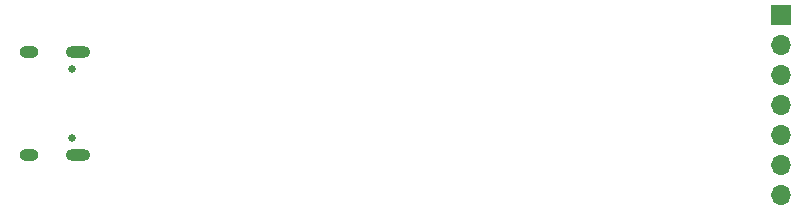
<source format=gbr>
%TF.GenerationSoftware,KiCad,Pcbnew,(6.0.10-dirty)*%
%TF.CreationDate,2022-12-24T01:30:53+01:00*%
%TF.ProjectId,esp32-cy7c65213-programmer,65737033-322d-4637-9937-633635323133,rev?*%
%TF.SameCoordinates,Original*%
%TF.FileFunction,Soldermask,Bot*%
%TF.FilePolarity,Negative*%
%FSLAX46Y46*%
G04 Gerber Fmt 4.6, Leading zero omitted, Abs format (unit mm)*
G04 Created by KiCad (PCBNEW (6.0.10-dirty)) date 2022-12-24 01:30:53*
%MOMM*%
%LPD*%
G01*
G04 APERTURE LIST*
%ADD10R,1.700000X1.700000*%
%ADD11O,1.700000X1.700000*%
%ADD12C,0.650000*%
%ADD13O,2.100000X1.000000*%
%ADD14O,1.600000X1.000000*%
G04 APERTURE END LIST*
D10*
%TO.C,J2*%
X156661000Y-101087000D03*
D11*
X156661000Y-103627000D03*
X156661000Y-106167000D03*
X156661000Y-108707000D03*
X156661000Y-111247000D03*
X156661000Y-113787000D03*
X156661000Y-116327000D03*
%TD*%
D12*
%TO.C,J1*%
X96580000Y-111475000D03*
X96580000Y-105695000D03*
D13*
X97110000Y-112905000D03*
D14*
X92930000Y-112905000D03*
X92930000Y-104265000D03*
D13*
X97110000Y-104265000D03*
%TD*%
M02*

</source>
